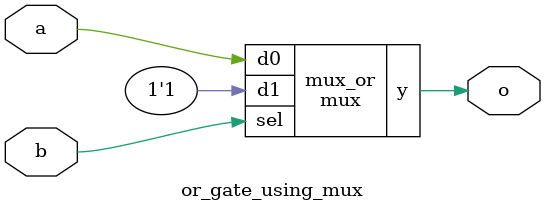
<source format=sv>

module mux
(
  input  d0, d1,
  input  sel,
  output y
);

  assign y = sel ? d1 : d0;

endmodule

//----------------------------------------------------------------------------
// Task
//----------------------------------------------------------------------------

module or_gate_using_mux
(
    input  a,
    input  b,
    output o
);

  // Task:

  // Implement or gate using instance(s) of mux,
  // constants 0 and 1, and wire connections
  mux mux_or(
    .d0 (a),
    .d1 (1'b1),
    .sel (b),
    .y  (o)
  );


endmodule

</source>
